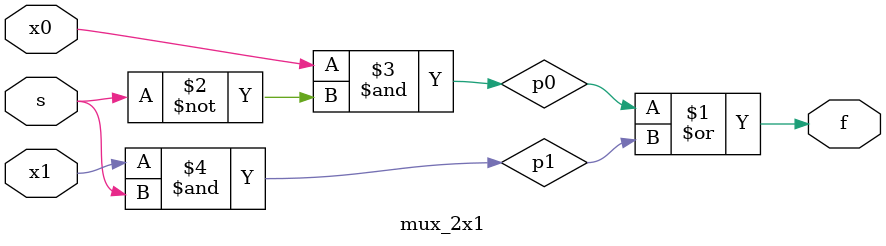
<source format=sv>
`timescale 1ns / 1ps


module mux_2x1(
    input logic x0,
    input logic x1,
    input logic s,
    output logic f
    );

    logic p0, p1;

    assign f = p0 | p1;
    assign p0 = x0 & ~s;
    assign p1 = x1 & s;
endmodule

</source>
